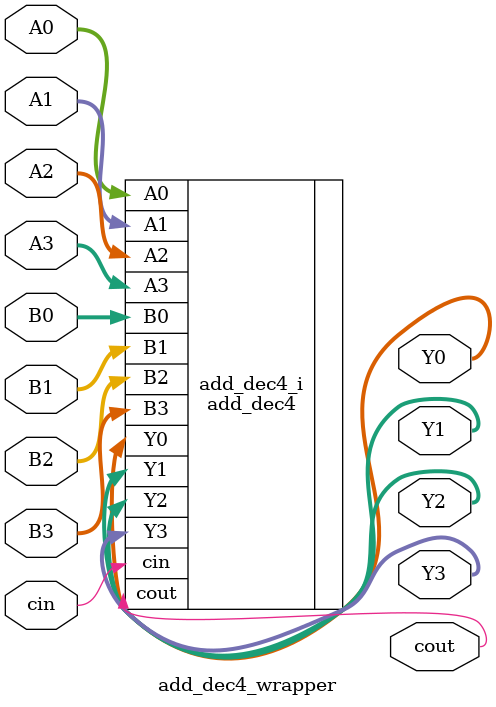
<source format=v>
`timescale 1 ps / 1 ps

module add_dec4_wrapper
   (A0,
    A1,
    A2,
    A3,
    B0,
    B1,
    B2,
    B3,
    Y0,
    Y1,
    Y2,
    Y3,
    cin,
    cout);
  input [3:0]A0;
  input [3:0]A1;
  input [3:0]A2;
  input [3:0]A3;
  input [3:0]B0;
  input [3:0]B1;
  input [3:0]B2;
  input [3:0]B3;
  output [3:0]Y0;
  output [3:0]Y1;
  output [3:0]Y2;
  output [3:0]Y3;
  input cin;
  output cout;

  wire [3:0]A0;
  wire [3:0]A1;
  wire [3:0]A2;
  wire [3:0]A3;
  wire [3:0]B0;
  wire [3:0]B1;
  wire [3:0]B2;
  wire [3:0]B3;
  wire [3:0]Y0;
  wire [3:0]Y1;
  wire [3:0]Y2;
  wire [3:0]Y3;
  wire cin;
  wire cout;

  add_dec4 add_dec4_i
       (.A0(A0),
        .A1(A1),
        .A2(A2),
        .A3(A3),
        .B0(B0),
        .B1(B1),
        .B2(B2),
        .B3(B3),
        .Y0(Y0),
        .Y1(Y1),
        .Y2(Y2),
        .Y3(Y3),
        .cin(cin),
        .cout(cout));
endmodule

</source>
